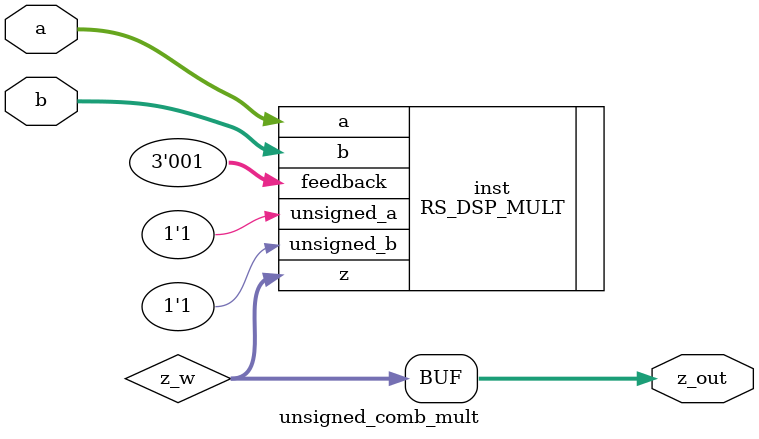
<source format=v>
module unsigned_comb_mult (
	input  wire [19:0] a,
    input  wire [17:0] b,
    output wire [37:0] z_out
    );

    parameter [79:0] MODE_BITS = 80'd0;
    
    wire [37:0] z_w;

	RS_DSP_MULT #(
    .MODE_BITS(80'h00000000000000000000)) 
        inst(.a(a), .b(b), .z(z_w), . feedback(3'd1), .unsigned_a(1'b1), .unsigned_b(1'b1));
	
    assign z_out = z_w;

endmodule

</source>
